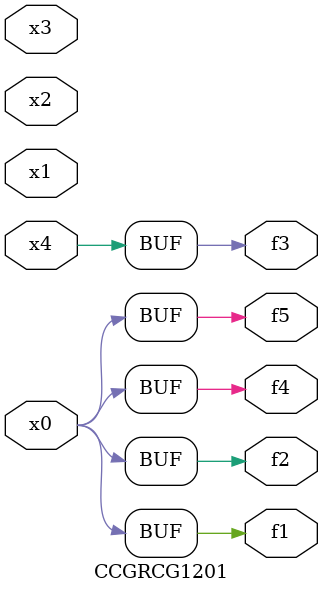
<source format=v>
module CCGRCG1201(
	input x0, x1, x2, x3, x4,
	output f1, f2, f3, f4, f5
);
	assign f1 = x0;
	assign f2 = x0;
	assign f3 = x4;
	assign f4 = x0;
	assign f5 = x0;
endmodule

</source>
